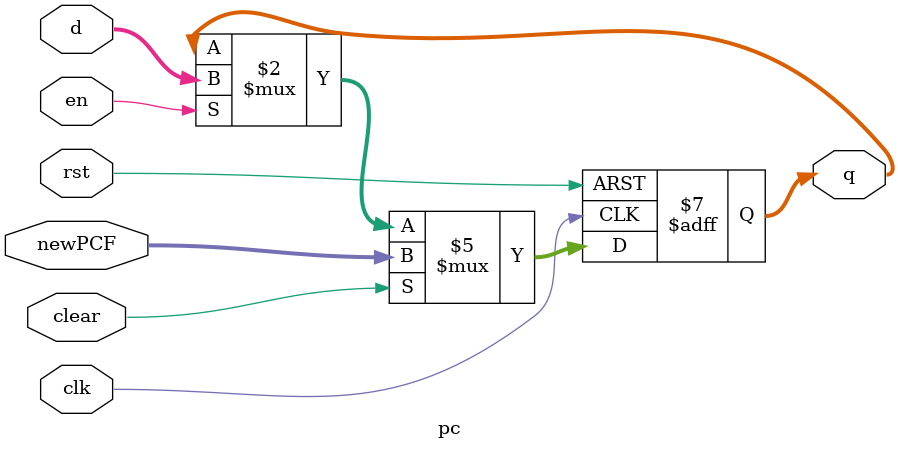
<source format=v>
`timescale 1ns / 1ps


module pc #(parameter WIDTH = 8)(
	input wire clk,rst,en,clear,
	input wire[WIDTH-1:0] d,
	input wire[WIDTH-1:0] newPCF,
	output reg[WIDTH-1:0] q
    );
	always @(posedge clk,posedge rst) begin
		if(rst) begin
			q <= 32'hbfc00000;
		end 
		else if(clear) 		q <= newPCF;
		else if(en) begin
			q <= d;
		end
	end
endmodule
</source>
